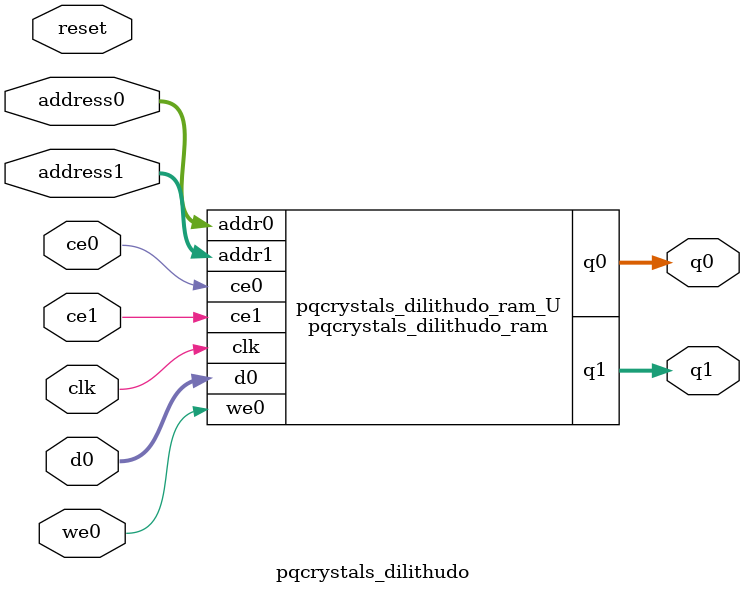
<source format=v>
`timescale 1 ns / 1 ps
module pqcrystals_dilithudo_ram (addr0, ce0, d0, we0, q0, addr1, ce1, q1,  clk);

parameter DWIDTH = 23;
parameter AWIDTH = 12;
parameter MEM_SIZE = 4096;

input[AWIDTH-1:0] addr0;
input ce0;
input[DWIDTH-1:0] d0;
input we0;
output reg[DWIDTH-1:0] q0;
input[AWIDTH-1:0] addr1;
input ce1;
output reg[DWIDTH-1:0] q1;
input clk;

(* ram_style = "block" *)reg [DWIDTH-1:0] ram[0:MEM_SIZE-1];




always @(posedge clk)  
begin 
    if (ce0) begin
        if (we0) 
            ram[addr0] <= d0; 
        q0 <= ram[addr0];
    end
end


always @(posedge clk)  
begin 
    if (ce1) begin
        q1 <= ram[addr1];
    end
end


endmodule

`timescale 1 ns / 1 ps
module pqcrystals_dilithudo(
    reset,
    clk,
    address0,
    ce0,
    we0,
    d0,
    q0,
    address1,
    ce1,
    q1);

parameter DataWidth = 32'd23;
parameter AddressRange = 32'd4096;
parameter AddressWidth = 32'd12;
input reset;
input clk;
input[AddressWidth - 1:0] address0;
input ce0;
input we0;
input[DataWidth - 1:0] d0;
output[DataWidth - 1:0] q0;
input[AddressWidth - 1:0] address1;
input ce1;
output[DataWidth - 1:0] q1;



pqcrystals_dilithudo_ram pqcrystals_dilithudo_ram_U(
    .clk( clk ),
    .addr0( address0 ),
    .ce0( ce0 ),
    .we0( we0 ),
    .d0( d0 ),
    .q0( q0 ),
    .addr1( address1 ),
    .ce1( ce1 ),
    .q1( q1 ));

endmodule


</source>
